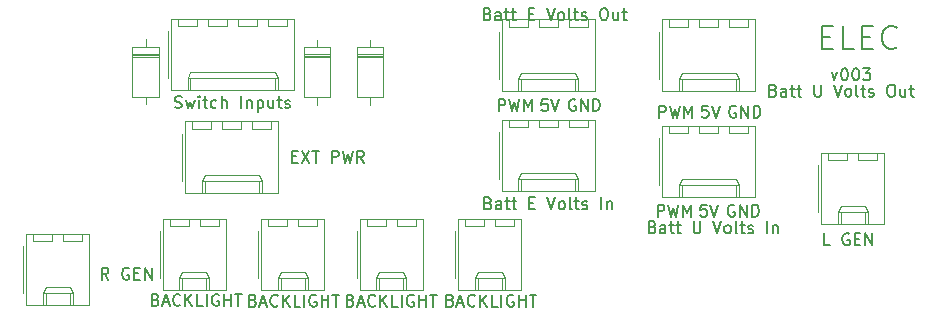
<source format=gbr>
G04 #@! TF.GenerationSoftware,KiCad,Pcbnew,(5.1.5-0-10_14)*
G04 #@! TF.CreationDate,2021-10-24T13:32:57+10:00*
G04 #@! TF.ProjectId,OH - Right Console - 1 - Electrical Power,4f48202d-2052-4696-9768-7420436f6e73,rev?*
G04 #@! TF.SameCoordinates,Original*
G04 #@! TF.FileFunction,Legend,Top*
G04 #@! TF.FilePolarity,Positive*
%FSLAX46Y46*%
G04 Gerber Fmt 4.6, Leading zero omitted, Abs format (unit mm)*
G04 Created by KiCad (PCBNEW (5.1.5-0-10_14)) date 2021-10-24 13:32:57*
%MOMM*%
%LPD*%
G04 APERTURE LIST*
%ADD10C,0.150000*%
%ADD11C,0.120000*%
G04 APERTURE END LIST*
D10*
X151511095Y-94750000D02*
X151415857Y-94702380D01*
X151273000Y-94702380D01*
X151130142Y-94750000D01*
X151034904Y-94845238D01*
X150987285Y-94940476D01*
X150939666Y-95130952D01*
X150939666Y-95273809D01*
X150987285Y-95464285D01*
X151034904Y-95559523D01*
X151130142Y-95654761D01*
X151273000Y-95702380D01*
X151368238Y-95702380D01*
X151511095Y-95654761D01*
X151558714Y-95607142D01*
X151558714Y-95273809D01*
X151368238Y-95273809D01*
X151987285Y-95702380D02*
X151987285Y-94702380D01*
X152558714Y-95702380D01*
X152558714Y-94702380D01*
X153034904Y-95702380D02*
X153034904Y-94702380D01*
X153273000Y-94702380D01*
X153415857Y-94750000D01*
X153511095Y-94845238D01*
X153558714Y-94940476D01*
X153606333Y-95130952D01*
X153606333Y-95273809D01*
X153558714Y-95464285D01*
X153511095Y-95559523D01*
X153415857Y-95654761D01*
X153273000Y-95702380D01*
X153034904Y-95702380D01*
X145026238Y-95702380D02*
X145026238Y-94702380D01*
X145407190Y-94702380D01*
X145502428Y-94750000D01*
X145550047Y-94797619D01*
X145597666Y-94892857D01*
X145597666Y-95035714D01*
X145550047Y-95130952D01*
X145502428Y-95178571D01*
X145407190Y-95226190D01*
X145026238Y-95226190D01*
X145931000Y-94702380D02*
X146169095Y-95702380D01*
X146359571Y-94988095D01*
X146550047Y-95702380D01*
X146788142Y-94702380D01*
X147169095Y-95702380D02*
X147169095Y-94702380D01*
X147502428Y-95416666D01*
X147835761Y-94702380D01*
X147835761Y-95702380D01*
X149161523Y-94702380D02*
X148685333Y-94702380D01*
X148637714Y-95178571D01*
X148685333Y-95130952D01*
X148780571Y-95083333D01*
X149018666Y-95083333D01*
X149113904Y-95130952D01*
X149161523Y-95178571D01*
X149209142Y-95273809D01*
X149209142Y-95511904D01*
X149161523Y-95607142D01*
X149113904Y-95654761D01*
X149018666Y-95702380D01*
X148780571Y-95702380D01*
X148685333Y-95654761D01*
X148637714Y-95607142D01*
X149494857Y-94702380D02*
X149828190Y-95702380D01*
X150161523Y-94702380D01*
X149288523Y-86320380D02*
X148812333Y-86320380D01*
X148764714Y-86796571D01*
X148812333Y-86748952D01*
X148907571Y-86701333D01*
X149145666Y-86701333D01*
X149240904Y-86748952D01*
X149288523Y-86796571D01*
X149336142Y-86891809D01*
X149336142Y-87129904D01*
X149288523Y-87225142D01*
X149240904Y-87272761D01*
X149145666Y-87320380D01*
X148907571Y-87320380D01*
X148812333Y-87272761D01*
X148764714Y-87225142D01*
X149621857Y-86320380D02*
X149955190Y-87320380D01*
X150288523Y-86320380D01*
X145153238Y-87320380D02*
X145153238Y-86320380D01*
X145534190Y-86320380D01*
X145629428Y-86368000D01*
X145677047Y-86415619D01*
X145724666Y-86510857D01*
X145724666Y-86653714D01*
X145677047Y-86748952D01*
X145629428Y-86796571D01*
X145534190Y-86844190D01*
X145153238Y-86844190D01*
X146058000Y-86320380D02*
X146296095Y-87320380D01*
X146486571Y-86606095D01*
X146677047Y-87320380D01*
X146915142Y-86320380D01*
X147296095Y-87320380D02*
X147296095Y-86320380D01*
X147629428Y-87034666D01*
X147962761Y-86320380D01*
X147962761Y-87320380D01*
X151638095Y-86368000D02*
X151542857Y-86320380D01*
X151400000Y-86320380D01*
X151257142Y-86368000D01*
X151161904Y-86463238D01*
X151114285Y-86558476D01*
X151066666Y-86748952D01*
X151066666Y-86891809D01*
X151114285Y-87082285D01*
X151161904Y-87177523D01*
X151257142Y-87272761D01*
X151400000Y-87320380D01*
X151495238Y-87320380D01*
X151638095Y-87272761D01*
X151685714Y-87225142D01*
X151685714Y-86891809D01*
X151495238Y-86891809D01*
X152114285Y-87320380D02*
X152114285Y-86320380D01*
X152685714Y-87320380D01*
X152685714Y-86320380D01*
X153161904Y-87320380D02*
X153161904Y-86320380D01*
X153400000Y-86320380D01*
X153542857Y-86368000D01*
X153638095Y-86463238D01*
X153685714Y-86558476D01*
X153733333Y-86748952D01*
X153733333Y-86891809D01*
X153685714Y-87082285D01*
X153638095Y-87177523D01*
X153542857Y-87272761D01*
X153400000Y-87320380D01*
X153161904Y-87320380D01*
X138049095Y-85796500D02*
X137953857Y-85748880D01*
X137811000Y-85748880D01*
X137668142Y-85796500D01*
X137572904Y-85891738D01*
X137525285Y-85986976D01*
X137477666Y-86177452D01*
X137477666Y-86320309D01*
X137525285Y-86510785D01*
X137572904Y-86606023D01*
X137668142Y-86701261D01*
X137811000Y-86748880D01*
X137906238Y-86748880D01*
X138049095Y-86701261D01*
X138096714Y-86653642D01*
X138096714Y-86320309D01*
X137906238Y-86320309D01*
X138525285Y-86748880D02*
X138525285Y-85748880D01*
X139096714Y-86748880D01*
X139096714Y-85748880D01*
X139572904Y-86748880D02*
X139572904Y-85748880D01*
X139811000Y-85748880D01*
X139953857Y-85796500D01*
X140049095Y-85891738D01*
X140096714Y-85986976D01*
X140144333Y-86177452D01*
X140144333Y-86320309D01*
X140096714Y-86510785D01*
X140049095Y-86606023D01*
X139953857Y-86701261D01*
X139811000Y-86748880D01*
X139572904Y-86748880D01*
X135699523Y-85748880D02*
X135223333Y-85748880D01*
X135175714Y-86225071D01*
X135223333Y-86177452D01*
X135318571Y-86129833D01*
X135556666Y-86129833D01*
X135651904Y-86177452D01*
X135699523Y-86225071D01*
X135747142Y-86320309D01*
X135747142Y-86558404D01*
X135699523Y-86653642D01*
X135651904Y-86701261D01*
X135556666Y-86748880D01*
X135318571Y-86748880D01*
X135223333Y-86701261D01*
X135175714Y-86653642D01*
X136032857Y-85748880D02*
X136366190Y-86748880D01*
X136699523Y-85748880D01*
X131564238Y-86748880D02*
X131564238Y-85748880D01*
X131945190Y-85748880D01*
X132040428Y-85796500D01*
X132088047Y-85844119D01*
X132135666Y-85939357D01*
X132135666Y-86082214D01*
X132088047Y-86177452D01*
X132040428Y-86225071D01*
X131945190Y-86272690D01*
X131564238Y-86272690D01*
X132469000Y-85748880D02*
X132707095Y-86748880D01*
X132897571Y-86034595D01*
X133088047Y-86748880D01*
X133326142Y-85748880D01*
X133707095Y-86748880D02*
X133707095Y-85748880D01*
X134040428Y-86463166D01*
X134373761Y-85748880D01*
X134373761Y-86748880D01*
X159750333Y-83478714D02*
X159988428Y-84145380D01*
X160226523Y-83478714D01*
X160797952Y-83145380D02*
X160893190Y-83145380D01*
X160988428Y-83193000D01*
X161036047Y-83240619D01*
X161083666Y-83335857D01*
X161131285Y-83526333D01*
X161131285Y-83764428D01*
X161083666Y-83954904D01*
X161036047Y-84050142D01*
X160988428Y-84097761D01*
X160893190Y-84145380D01*
X160797952Y-84145380D01*
X160702714Y-84097761D01*
X160655095Y-84050142D01*
X160607476Y-83954904D01*
X160559857Y-83764428D01*
X160559857Y-83526333D01*
X160607476Y-83335857D01*
X160655095Y-83240619D01*
X160702714Y-83193000D01*
X160797952Y-83145380D01*
X161750333Y-83145380D02*
X161845571Y-83145380D01*
X161940809Y-83193000D01*
X161988428Y-83240619D01*
X162036047Y-83335857D01*
X162083666Y-83526333D01*
X162083666Y-83764428D01*
X162036047Y-83954904D01*
X161988428Y-84050142D01*
X161940809Y-84097761D01*
X161845571Y-84145380D01*
X161750333Y-84145380D01*
X161655095Y-84097761D01*
X161607476Y-84050142D01*
X161559857Y-83954904D01*
X161512238Y-83764428D01*
X161512238Y-83526333D01*
X161559857Y-83335857D01*
X161607476Y-83240619D01*
X161655095Y-83193000D01*
X161750333Y-83145380D01*
X162417000Y-83145380D02*
X163036047Y-83145380D01*
X162702714Y-83526333D01*
X162845571Y-83526333D01*
X162940809Y-83573952D01*
X162988428Y-83621571D01*
X163036047Y-83716809D01*
X163036047Y-83954904D01*
X162988428Y-84050142D01*
X162940809Y-84097761D01*
X162845571Y-84145380D01*
X162559857Y-84145380D01*
X162464619Y-84097761D01*
X162417000Y-84050142D01*
X158909142Y-80502142D02*
X159575809Y-80502142D01*
X159861523Y-81549761D02*
X158909142Y-81549761D01*
X158909142Y-79549761D01*
X159861523Y-79549761D01*
X161671047Y-81549761D02*
X160718666Y-81549761D01*
X160718666Y-79549761D01*
X162337714Y-80502142D02*
X163004380Y-80502142D01*
X163290095Y-81549761D02*
X162337714Y-81549761D01*
X162337714Y-79549761D01*
X163290095Y-79549761D01*
X165290095Y-81359285D02*
X165194857Y-81454523D01*
X164909142Y-81549761D01*
X164718666Y-81549761D01*
X164432952Y-81454523D01*
X164242476Y-81264047D01*
X164147238Y-81073571D01*
X164052000Y-80692619D01*
X164052000Y-80406904D01*
X164147238Y-80025952D01*
X164242476Y-79835476D01*
X164432952Y-79645000D01*
X164718666Y-79549761D01*
X164909142Y-79549761D01*
X165194857Y-79645000D01*
X165290095Y-79740238D01*
D11*
X132880000Y-96503000D02*
X132880000Y-95903000D01*
X131280000Y-96503000D02*
X132880000Y-96503000D01*
X131280000Y-95903000D02*
X131280000Y-96503000D01*
X130340000Y-96503000D02*
X130340000Y-95903000D01*
X128740000Y-96503000D02*
X130340000Y-96503000D01*
X128740000Y-95903000D02*
X128740000Y-96503000D01*
X131830000Y-101923000D02*
X131830000Y-100923000D01*
X129790000Y-101923000D02*
X129790000Y-100923000D01*
X131830000Y-100393000D02*
X132080000Y-100923000D01*
X129790000Y-100393000D02*
X131830000Y-100393000D01*
X129540000Y-100923000D02*
X129790000Y-100393000D01*
X132080000Y-100923000D02*
X132080000Y-101923000D01*
X129540000Y-100923000D02*
X132080000Y-100923000D01*
X129540000Y-101923000D02*
X129540000Y-100923000D01*
X127870000Y-96933000D02*
X127870000Y-100933000D01*
X133460000Y-95903000D02*
X128160000Y-95903000D01*
X133460000Y-101923000D02*
X133460000Y-95903000D01*
X128160000Y-101923000D02*
X133460000Y-101923000D01*
X128160000Y-95903000D02*
X128160000Y-101923000D01*
X124540000Y-96503000D02*
X124540000Y-95903000D01*
X122940000Y-96503000D02*
X124540000Y-96503000D01*
X122940000Y-95903000D02*
X122940000Y-96503000D01*
X122000000Y-96503000D02*
X122000000Y-95903000D01*
X120400000Y-96503000D02*
X122000000Y-96503000D01*
X120400000Y-95903000D02*
X120400000Y-96503000D01*
X123490000Y-101923000D02*
X123490000Y-100923000D01*
X121450000Y-101923000D02*
X121450000Y-100923000D01*
X123490000Y-100393000D02*
X123740000Y-100923000D01*
X121450000Y-100393000D02*
X123490000Y-100393000D01*
X121200000Y-100923000D02*
X121450000Y-100393000D01*
X123740000Y-100923000D02*
X123740000Y-101923000D01*
X121200000Y-100923000D02*
X123740000Y-100923000D01*
X121200000Y-101923000D02*
X121200000Y-100923000D01*
X119530000Y-96933000D02*
X119530000Y-100933000D01*
X125120000Y-95903000D02*
X119820000Y-95903000D01*
X125120000Y-101923000D02*
X125120000Y-95903000D01*
X119820000Y-101923000D02*
X125120000Y-101923000D01*
X119820000Y-95903000D02*
X119820000Y-101923000D01*
X116201000Y-96503000D02*
X116201000Y-95903000D01*
X114601000Y-96503000D02*
X116201000Y-96503000D01*
X114601000Y-95903000D02*
X114601000Y-96503000D01*
X113661000Y-96503000D02*
X113661000Y-95903000D01*
X112061000Y-96503000D02*
X113661000Y-96503000D01*
X112061000Y-95903000D02*
X112061000Y-96503000D01*
X115151000Y-101923000D02*
X115151000Y-100923000D01*
X113111000Y-101923000D02*
X113111000Y-100923000D01*
X115151000Y-100393000D02*
X115401000Y-100923000D01*
X113111000Y-100393000D02*
X115151000Y-100393000D01*
X112861000Y-100923000D02*
X113111000Y-100393000D01*
X115401000Y-100923000D02*
X115401000Y-101923000D01*
X112861000Y-100923000D02*
X115401000Y-100923000D01*
X112861000Y-101923000D02*
X112861000Y-100923000D01*
X111191000Y-96933000D02*
X111191000Y-100933000D01*
X116781000Y-95903000D02*
X111481000Y-95903000D01*
X116781000Y-101923000D02*
X116781000Y-95903000D01*
X111481000Y-101923000D02*
X116781000Y-101923000D01*
X111481000Y-95903000D02*
X111481000Y-101923000D01*
X107861000Y-96503000D02*
X107861000Y-95903000D01*
X106261000Y-96503000D02*
X107861000Y-96503000D01*
X106261000Y-95903000D02*
X106261000Y-96503000D01*
X105321000Y-96503000D02*
X105321000Y-95903000D01*
X103721000Y-96503000D02*
X105321000Y-96503000D01*
X103721000Y-95903000D02*
X103721000Y-96503000D01*
X106811000Y-101923000D02*
X106811000Y-100923000D01*
X104771000Y-101923000D02*
X104771000Y-100923000D01*
X106811000Y-100393000D02*
X107061000Y-100923000D01*
X104771000Y-100393000D02*
X106811000Y-100393000D01*
X104521000Y-100923000D02*
X104771000Y-100393000D01*
X107061000Y-100923000D02*
X107061000Y-101923000D01*
X104521000Y-100923000D02*
X107061000Y-100923000D01*
X104521000Y-101923000D02*
X104521000Y-100923000D01*
X102851000Y-96933000D02*
X102851000Y-100933000D01*
X108441000Y-95903000D02*
X103141000Y-95903000D01*
X108441000Y-101923000D02*
X108441000Y-95903000D01*
X103141000Y-101923000D02*
X108441000Y-101923000D01*
X103141000Y-95903000D02*
X103141000Y-101923000D01*
X139103000Y-79612000D02*
X139103000Y-79012000D01*
X137503000Y-79612000D02*
X139103000Y-79612000D01*
X137503000Y-79012000D02*
X137503000Y-79612000D01*
X136563000Y-79612000D02*
X136563000Y-79012000D01*
X134963000Y-79612000D02*
X136563000Y-79612000D01*
X134963000Y-79012000D02*
X134963000Y-79612000D01*
X134023000Y-79612000D02*
X134023000Y-79012000D01*
X132423000Y-79612000D02*
X134023000Y-79612000D01*
X132423000Y-79012000D02*
X132423000Y-79612000D01*
X138053000Y-85032000D02*
X138053000Y-84032000D01*
X133473000Y-85032000D02*
X133473000Y-84032000D01*
X138053000Y-83502000D02*
X138303000Y-84032000D01*
X133473000Y-83502000D02*
X138053000Y-83502000D01*
X133223000Y-84032000D02*
X133473000Y-83502000D01*
X138303000Y-84032000D02*
X138303000Y-85032000D01*
X133223000Y-84032000D02*
X138303000Y-84032000D01*
X133223000Y-85032000D02*
X133223000Y-84032000D01*
X131553000Y-80042000D02*
X131553000Y-84042000D01*
X139683000Y-79012000D02*
X131843000Y-79012000D01*
X139683000Y-85032000D02*
X139683000Y-79012000D01*
X131843000Y-85032000D02*
X139683000Y-85032000D01*
X131843000Y-79012000D02*
X131843000Y-85032000D01*
X152692000Y-79612000D02*
X152692000Y-79012000D01*
X151092000Y-79612000D02*
X152692000Y-79612000D01*
X151092000Y-79012000D02*
X151092000Y-79612000D01*
X150152000Y-79612000D02*
X150152000Y-79012000D01*
X148552000Y-79612000D02*
X150152000Y-79612000D01*
X148552000Y-79012000D02*
X148552000Y-79612000D01*
X147612000Y-79612000D02*
X147612000Y-79012000D01*
X146012000Y-79612000D02*
X147612000Y-79612000D01*
X146012000Y-79012000D02*
X146012000Y-79612000D01*
X151642000Y-85032000D02*
X151642000Y-84032000D01*
X147062000Y-85032000D02*
X147062000Y-84032000D01*
X151642000Y-83502000D02*
X151892000Y-84032000D01*
X147062000Y-83502000D02*
X151642000Y-83502000D01*
X146812000Y-84032000D02*
X147062000Y-83502000D01*
X151892000Y-84032000D02*
X151892000Y-85032000D01*
X146812000Y-84032000D02*
X151892000Y-84032000D01*
X146812000Y-85032000D02*
X146812000Y-84032000D01*
X145142000Y-80042000D02*
X145142000Y-84042000D01*
X153272000Y-79012000D02*
X145432000Y-79012000D01*
X153272000Y-85032000D02*
X153272000Y-79012000D01*
X145432000Y-85032000D02*
X153272000Y-85032000D01*
X145432000Y-79012000D02*
X145432000Y-85032000D01*
X139103000Y-88121000D02*
X139103000Y-87521000D01*
X137503000Y-88121000D02*
X139103000Y-88121000D01*
X137503000Y-87521000D02*
X137503000Y-88121000D01*
X136563000Y-88121000D02*
X136563000Y-87521000D01*
X134963000Y-88121000D02*
X136563000Y-88121000D01*
X134963000Y-87521000D02*
X134963000Y-88121000D01*
X134023000Y-88121000D02*
X134023000Y-87521000D01*
X132423000Y-88121000D02*
X134023000Y-88121000D01*
X132423000Y-87521000D02*
X132423000Y-88121000D01*
X138053000Y-93541000D02*
X138053000Y-92541000D01*
X133473000Y-93541000D02*
X133473000Y-92541000D01*
X138053000Y-92011000D02*
X138303000Y-92541000D01*
X133473000Y-92011000D02*
X138053000Y-92011000D01*
X133223000Y-92541000D02*
X133473000Y-92011000D01*
X138303000Y-92541000D02*
X138303000Y-93541000D01*
X133223000Y-92541000D02*
X138303000Y-92541000D01*
X133223000Y-93541000D02*
X133223000Y-92541000D01*
X131553000Y-88551000D02*
X131553000Y-92551000D01*
X139683000Y-87521000D02*
X131843000Y-87521000D01*
X139683000Y-93541000D02*
X139683000Y-87521000D01*
X131843000Y-93541000D02*
X139683000Y-93541000D01*
X131843000Y-87521000D02*
X131843000Y-93541000D01*
X152692000Y-88629000D02*
X152692000Y-88029000D01*
X151092000Y-88629000D02*
X152692000Y-88629000D01*
X151092000Y-88029000D02*
X151092000Y-88629000D01*
X150152000Y-88629000D02*
X150152000Y-88029000D01*
X148552000Y-88629000D02*
X150152000Y-88629000D01*
X148552000Y-88029000D02*
X148552000Y-88629000D01*
X147612000Y-88629000D02*
X147612000Y-88029000D01*
X146012000Y-88629000D02*
X147612000Y-88629000D01*
X146012000Y-88029000D02*
X146012000Y-88629000D01*
X151642000Y-94049000D02*
X151642000Y-93049000D01*
X147062000Y-94049000D02*
X147062000Y-93049000D01*
X151642000Y-92519000D02*
X151892000Y-93049000D01*
X147062000Y-92519000D02*
X151642000Y-92519000D01*
X146812000Y-93049000D02*
X147062000Y-92519000D01*
X151892000Y-93049000D02*
X151892000Y-94049000D01*
X146812000Y-93049000D02*
X151892000Y-93049000D01*
X146812000Y-94049000D02*
X146812000Y-93049000D01*
X145142000Y-89059000D02*
X145142000Y-93059000D01*
X153272000Y-88029000D02*
X145432000Y-88029000D01*
X153272000Y-94049000D02*
X153272000Y-88029000D01*
X145432000Y-94049000D02*
X153272000Y-94049000D01*
X145432000Y-88029000D02*
X145432000Y-94049000D01*
X113640000Y-79548500D02*
X113640000Y-78948500D01*
X112040000Y-79548500D02*
X113640000Y-79548500D01*
X112040000Y-78948500D02*
X112040000Y-79548500D01*
X111100000Y-79548500D02*
X111100000Y-78948500D01*
X109500000Y-79548500D02*
X111100000Y-79548500D01*
X109500000Y-78948500D02*
X109500000Y-79548500D01*
X108560000Y-79548500D02*
X108560000Y-78948500D01*
X106960000Y-79548500D02*
X108560000Y-79548500D01*
X106960000Y-78948500D02*
X106960000Y-79548500D01*
X106020000Y-79548500D02*
X106020000Y-78948500D01*
X104420000Y-79548500D02*
X106020000Y-79548500D01*
X104420000Y-78948500D02*
X104420000Y-79548500D01*
X112590000Y-84968500D02*
X112590000Y-83968500D01*
X105470000Y-84968500D02*
X105470000Y-83968500D01*
X112590000Y-83438500D02*
X112840000Y-83968500D01*
X105470000Y-83438500D02*
X112590000Y-83438500D01*
X105220000Y-83968500D02*
X105470000Y-83438500D01*
X112840000Y-83968500D02*
X112840000Y-84968500D01*
X105220000Y-83968500D02*
X112840000Y-83968500D01*
X105220000Y-84968500D02*
X105220000Y-83968500D01*
X103550000Y-79978500D02*
X103550000Y-83978500D01*
X114220000Y-78948500D02*
X103840000Y-78948500D01*
X114220000Y-84968500D02*
X114220000Y-78948500D01*
X103840000Y-84968500D02*
X114220000Y-84968500D01*
X103840000Y-78948500D02*
X103840000Y-84968500D01*
X163614000Y-90915000D02*
X163614000Y-90315000D01*
X162014000Y-90915000D02*
X163614000Y-90915000D01*
X162014000Y-90315000D02*
X162014000Y-90915000D01*
X161074000Y-90915000D02*
X161074000Y-90315000D01*
X159474000Y-90915000D02*
X161074000Y-90915000D01*
X159474000Y-90315000D02*
X159474000Y-90915000D01*
X162564000Y-96335000D02*
X162564000Y-95335000D01*
X160524000Y-96335000D02*
X160524000Y-95335000D01*
X162564000Y-94805000D02*
X162814000Y-95335000D01*
X160524000Y-94805000D02*
X162564000Y-94805000D01*
X160274000Y-95335000D02*
X160524000Y-94805000D01*
X162814000Y-95335000D02*
X162814000Y-96335000D01*
X160274000Y-95335000D02*
X162814000Y-95335000D01*
X160274000Y-96335000D02*
X160274000Y-95335000D01*
X158604000Y-91345000D02*
X158604000Y-95345000D01*
X164194000Y-90315000D02*
X158894000Y-90315000D01*
X164194000Y-96335000D02*
X164194000Y-90315000D01*
X158894000Y-96335000D02*
X164194000Y-96335000D01*
X158894000Y-90315000D02*
X158894000Y-96335000D01*
X96304000Y-97773000D02*
X96304000Y-97173000D01*
X94704000Y-97773000D02*
X96304000Y-97773000D01*
X94704000Y-97173000D02*
X94704000Y-97773000D01*
X93764000Y-97773000D02*
X93764000Y-97173000D01*
X92164000Y-97773000D02*
X93764000Y-97773000D01*
X92164000Y-97173000D02*
X92164000Y-97773000D01*
X95254000Y-103193000D02*
X95254000Y-102193000D01*
X93214000Y-103193000D02*
X93214000Y-102193000D01*
X95254000Y-101663000D02*
X95504000Y-102193000D01*
X93214000Y-101663000D02*
X95254000Y-101663000D01*
X92964000Y-102193000D02*
X93214000Y-101663000D01*
X95504000Y-102193000D02*
X95504000Y-103193000D01*
X92964000Y-102193000D02*
X95504000Y-102193000D01*
X92964000Y-103193000D02*
X92964000Y-102193000D01*
X91294000Y-98203000D02*
X91294000Y-102203000D01*
X96884000Y-97173000D02*
X91584000Y-97173000D01*
X96884000Y-103193000D02*
X96884000Y-97173000D01*
X91584000Y-103193000D02*
X96884000Y-103193000D01*
X91584000Y-97173000D02*
X91584000Y-103193000D01*
X112306000Y-88248000D02*
X112306000Y-87648000D01*
X110706000Y-88248000D02*
X112306000Y-88248000D01*
X110706000Y-87648000D02*
X110706000Y-88248000D01*
X109766000Y-88248000D02*
X109766000Y-87648000D01*
X108166000Y-88248000D02*
X109766000Y-88248000D01*
X108166000Y-87648000D02*
X108166000Y-88248000D01*
X107226000Y-88248000D02*
X107226000Y-87648000D01*
X105626000Y-88248000D02*
X107226000Y-88248000D01*
X105626000Y-87648000D02*
X105626000Y-88248000D01*
X111256000Y-93668000D02*
X111256000Y-92668000D01*
X106676000Y-93668000D02*
X106676000Y-92668000D01*
X111256000Y-92138000D02*
X111506000Y-92668000D01*
X106676000Y-92138000D02*
X111256000Y-92138000D01*
X106426000Y-92668000D02*
X106676000Y-92138000D01*
X111506000Y-92668000D02*
X111506000Y-93668000D01*
X106426000Y-92668000D02*
X111506000Y-92668000D01*
X106426000Y-93668000D02*
X106426000Y-92668000D01*
X104756000Y-88678000D02*
X104756000Y-92678000D01*
X112886000Y-87648000D02*
X105046000Y-87648000D01*
X112886000Y-93668000D02*
X112886000Y-87648000D01*
X105046000Y-93668000D02*
X112886000Y-93668000D01*
X105046000Y-87648000D02*
X105046000Y-93668000D01*
X102784000Y-81919000D02*
X100544000Y-81919000D01*
X102784000Y-82159000D02*
X100544000Y-82159000D01*
X102784000Y-82039000D02*
X100544000Y-82039000D01*
X101664000Y-86209000D02*
X101664000Y-85559000D01*
X101664000Y-80669000D02*
X101664000Y-81319000D01*
X102784000Y-85559000D02*
X102784000Y-81319000D01*
X100544000Y-85559000D02*
X102784000Y-85559000D01*
X100544000Y-81319000D02*
X100544000Y-85559000D01*
X102784000Y-81319000D02*
X100544000Y-81319000D01*
X117325000Y-81962000D02*
X115085000Y-81962000D01*
X117325000Y-82202000D02*
X115085000Y-82202000D01*
X117325000Y-82082000D02*
X115085000Y-82082000D01*
X116205000Y-86252000D02*
X116205000Y-85602000D01*
X116205000Y-80712000D02*
X116205000Y-81362000D01*
X117325000Y-85602000D02*
X117325000Y-81362000D01*
X115085000Y-85602000D02*
X117325000Y-85602000D01*
X115085000Y-81362000D02*
X115085000Y-85602000D01*
X117325000Y-81362000D02*
X115085000Y-81362000D01*
X121770000Y-81962000D02*
X119530000Y-81962000D01*
X121770000Y-82202000D02*
X119530000Y-82202000D01*
X121770000Y-82082000D02*
X119530000Y-82082000D01*
X120650000Y-86252000D02*
X120650000Y-85602000D01*
X120650000Y-80712000D02*
X120650000Y-81362000D01*
X121770000Y-85602000D02*
X121770000Y-81362000D01*
X119530000Y-85602000D02*
X121770000Y-85602000D01*
X119530000Y-81362000D02*
X119530000Y-85602000D01*
X121770000Y-81362000D02*
X119530000Y-81362000D01*
D10*
X127468738Y-102798571D02*
X127611595Y-102846190D01*
X127659214Y-102893809D01*
X127706833Y-102989047D01*
X127706833Y-103131904D01*
X127659214Y-103227142D01*
X127611595Y-103274761D01*
X127516357Y-103322380D01*
X127135404Y-103322380D01*
X127135404Y-102322380D01*
X127468738Y-102322380D01*
X127563976Y-102370000D01*
X127611595Y-102417619D01*
X127659214Y-102512857D01*
X127659214Y-102608095D01*
X127611595Y-102703333D01*
X127563976Y-102750952D01*
X127468738Y-102798571D01*
X127135404Y-102798571D01*
X128087785Y-103036666D02*
X128563976Y-103036666D01*
X127992547Y-103322380D02*
X128325880Y-102322380D01*
X128659214Y-103322380D01*
X129563976Y-103227142D02*
X129516357Y-103274761D01*
X129373500Y-103322380D01*
X129278261Y-103322380D01*
X129135404Y-103274761D01*
X129040166Y-103179523D01*
X128992547Y-103084285D01*
X128944928Y-102893809D01*
X128944928Y-102750952D01*
X128992547Y-102560476D01*
X129040166Y-102465238D01*
X129135404Y-102370000D01*
X129278261Y-102322380D01*
X129373500Y-102322380D01*
X129516357Y-102370000D01*
X129563976Y-102417619D01*
X129992547Y-103322380D02*
X129992547Y-102322380D01*
X130563976Y-103322380D02*
X130135404Y-102750952D01*
X130563976Y-102322380D02*
X129992547Y-102893809D01*
X131468738Y-103322380D02*
X130992547Y-103322380D01*
X130992547Y-102322380D01*
X131802071Y-103322380D02*
X131802071Y-102322380D01*
X132802071Y-102370000D02*
X132706833Y-102322380D01*
X132563976Y-102322380D01*
X132421119Y-102370000D01*
X132325880Y-102465238D01*
X132278261Y-102560476D01*
X132230642Y-102750952D01*
X132230642Y-102893809D01*
X132278261Y-103084285D01*
X132325880Y-103179523D01*
X132421119Y-103274761D01*
X132563976Y-103322380D01*
X132659214Y-103322380D01*
X132802071Y-103274761D01*
X132849690Y-103227142D01*
X132849690Y-102893809D01*
X132659214Y-102893809D01*
X133278261Y-103322380D02*
X133278261Y-102322380D01*
X133278261Y-102798571D02*
X133849690Y-102798571D01*
X133849690Y-103322380D02*
X133849690Y-102322380D01*
X134183023Y-102322380D02*
X134754452Y-102322380D01*
X134468738Y-103322380D02*
X134468738Y-102322380D01*
X119022906Y-102798571D02*
X119165763Y-102846190D01*
X119213382Y-102893809D01*
X119261001Y-102989047D01*
X119261001Y-103131904D01*
X119213382Y-103227142D01*
X119165763Y-103274761D01*
X119070525Y-103322380D01*
X118689572Y-103322380D01*
X118689572Y-102322380D01*
X119022906Y-102322380D01*
X119118144Y-102370000D01*
X119165763Y-102417619D01*
X119213382Y-102512857D01*
X119213382Y-102608095D01*
X119165763Y-102703333D01*
X119118144Y-102750952D01*
X119022906Y-102798571D01*
X118689572Y-102798571D01*
X119641953Y-103036666D02*
X120118144Y-103036666D01*
X119546715Y-103322380D02*
X119880048Y-102322380D01*
X120213382Y-103322380D01*
X121118144Y-103227142D02*
X121070525Y-103274761D01*
X120927668Y-103322380D01*
X120832429Y-103322380D01*
X120689572Y-103274761D01*
X120594334Y-103179523D01*
X120546715Y-103084285D01*
X120499096Y-102893809D01*
X120499096Y-102750952D01*
X120546715Y-102560476D01*
X120594334Y-102465238D01*
X120689572Y-102370000D01*
X120832429Y-102322380D01*
X120927668Y-102322380D01*
X121070525Y-102370000D01*
X121118144Y-102417619D01*
X121546715Y-103322380D02*
X121546715Y-102322380D01*
X122118144Y-103322380D02*
X121689572Y-102750952D01*
X122118144Y-102322380D02*
X121546715Y-102893809D01*
X123022906Y-103322380D02*
X122546715Y-103322380D01*
X122546715Y-102322380D01*
X123356239Y-103322380D02*
X123356239Y-102322380D01*
X124356239Y-102370000D02*
X124261001Y-102322380D01*
X124118144Y-102322380D01*
X123975287Y-102370000D01*
X123880048Y-102465238D01*
X123832429Y-102560476D01*
X123784810Y-102750952D01*
X123784810Y-102893809D01*
X123832429Y-103084285D01*
X123880048Y-103179523D01*
X123975287Y-103274761D01*
X124118144Y-103322380D01*
X124213382Y-103322380D01*
X124356239Y-103274761D01*
X124403858Y-103227142D01*
X124403858Y-102893809D01*
X124213382Y-102893809D01*
X124832429Y-103322380D02*
X124832429Y-102322380D01*
X124832429Y-102798571D02*
X125403858Y-102798571D01*
X125403858Y-103322380D02*
X125403858Y-102322380D01*
X125737191Y-102322380D02*
X126308620Y-102322380D01*
X126022906Y-103322380D02*
X126022906Y-102322380D01*
X110768572Y-102798571D02*
X110911429Y-102846190D01*
X110959048Y-102893809D01*
X111006667Y-102989047D01*
X111006667Y-103131904D01*
X110959048Y-103227142D01*
X110911429Y-103274761D01*
X110816191Y-103322380D01*
X110435238Y-103322380D01*
X110435238Y-102322380D01*
X110768572Y-102322380D01*
X110863810Y-102370000D01*
X110911429Y-102417619D01*
X110959048Y-102512857D01*
X110959048Y-102608095D01*
X110911429Y-102703333D01*
X110863810Y-102750952D01*
X110768572Y-102798571D01*
X110435238Y-102798571D01*
X111387619Y-103036666D02*
X111863810Y-103036666D01*
X111292381Y-103322380D02*
X111625714Y-102322380D01*
X111959048Y-103322380D01*
X112863810Y-103227142D02*
X112816191Y-103274761D01*
X112673334Y-103322380D01*
X112578095Y-103322380D01*
X112435238Y-103274761D01*
X112340000Y-103179523D01*
X112292381Y-103084285D01*
X112244762Y-102893809D01*
X112244762Y-102750952D01*
X112292381Y-102560476D01*
X112340000Y-102465238D01*
X112435238Y-102370000D01*
X112578095Y-102322380D01*
X112673334Y-102322380D01*
X112816191Y-102370000D01*
X112863810Y-102417619D01*
X113292381Y-103322380D02*
X113292381Y-102322380D01*
X113863810Y-103322380D02*
X113435238Y-102750952D01*
X113863810Y-102322380D02*
X113292381Y-102893809D01*
X114768572Y-103322380D02*
X114292381Y-103322380D01*
X114292381Y-102322380D01*
X115101905Y-103322380D02*
X115101905Y-102322380D01*
X116101905Y-102370000D02*
X116006667Y-102322380D01*
X115863810Y-102322380D01*
X115720953Y-102370000D01*
X115625714Y-102465238D01*
X115578095Y-102560476D01*
X115530476Y-102750952D01*
X115530476Y-102893809D01*
X115578095Y-103084285D01*
X115625714Y-103179523D01*
X115720953Y-103274761D01*
X115863810Y-103322380D01*
X115959048Y-103322380D01*
X116101905Y-103274761D01*
X116149524Y-103227142D01*
X116149524Y-102893809D01*
X115959048Y-102893809D01*
X116578095Y-103322380D02*
X116578095Y-102322380D01*
X116578095Y-102798571D02*
X117149524Y-102798571D01*
X117149524Y-103322380D02*
X117149524Y-102322380D01*
X117482857Y-102322380D02*
X118054286Y-102322380D01*
X117768572Y-103322380D02*
X117768572Y-102322380D01*
X102513238Y-102735071D02*
X102656095Y-102782690D01*
X102703714Y-102830309D01*
X102751333Y-102925547D01*
X102751333Y-103068404D01*
X102703714Y-103163642D01*
X102656095Y-103211261D01*
X102560857Y-103258880D01*
X102179904Y-103258880D01*
X102179904Y-102258880D01*
X102513238Y-102258880D01*
X102608476Y-102306500D01*
X102656095Y-102354119D01*
X102703714Y-102449357D01*
X102703714Y-102544595D01*
X102656095Y-102639833D01*
X102608476Y-102687452D01*
X102513238Y-102735071D01*
X102179904Y-102735071D01*
X103132285Y-102973166D02*
X103608476Y-102973166D01*
X103037047Y-103258880D02*
X103370380Y-102258880D01*
X103703714Y-103258880D01*
X104608476Y-103163642D02*
X104560857Y-103211261D01*
X104418000Y-103258880D01*
X104322761Y-103258880D01*
X104179904Y-103211261D01*
X104084666Y-103116023D01*
X104037047Y-103020785D01*
X103989428Y-102830309D01*
X103989428Y-102687452D01*
X104037047Y-102496976D01*
X104084666Y-102401738D01*
X104179904Y-102306500D01*
X104322761Y-102258880D01*
X104418000Y-102258880D01*
X104560857Y-102306500D01*
X104608476Y-102354119D01*
X105037047Y-103258880D02*
X105037047Y-102258880D01*
X105608476Y-103258880D02*
X105179904Y-102687452D01*
X105608476Y-102258880D02*
X105037047Y-102830309D01*
X106513238Y-103258880D02*
X106037047Y-103258880D01*
X106037047Y-102258880D01*
X106846571Y-103258880D02*
X106846571Y-102258880D01*
X107846571Y-102306500D02*
X107751333Y-102258880D01*
X107608476Y-102258880D01*
X107465619Y-102306500D01*
X107370380Y-102401738D01*
X107322761Y-102496976D01*
X107275142Y-102687452D01*
X107275142Y-102830309D01*
X107322761Y-103020785D01*
X107370380Y-103116023D01*
X107465619Y-103211261D01*
X107608476Y-103258880D01*
X107703714Y-103258880D01*
X107846571Y-103211261D01*
X107894190Y-103163642D01*
X107894190Y-102830309D01*
X107703714Y-102830309D01*
X108322761Y-103258880D02*
X108322761Y-102258880D01*
X108322761Y-102735071D02*
X108894190Y-102735071D01*
X108894190Y-103258880D02*
X108894190Y-102258880D01*
X109227523Y-102258880D02*
X109798952Y-102258880D01*
X109513238Y-103258880D02*
X109513238Y-102258880D01*
X130628142Y-78541571D02*
X130771000Y-78589190D01*
X130818619Y-78636809D01*
X130866238Y-78732047D01*
X130866238Y-78874904D01*
X130818619Y-78970142D01*
X130771000Y-79017761D01*
X130675761Y-79065380D01*
X130294809Y-79065380D01*
X130294809Y-78065380D01*
X130628142Y-78065380D01*
X130723380Y-78113000D01*
X130771000Y-78160619D01*
X130818619Y-78255857D01*
X130818619Y-78351095D01*
X130771000Y-78446333D01*
X130723380Y-78493952D01*
X130628142Y-78541571D01*
X130294809Y-78541571D01*
X131723380Y-79065380D02*
X131723380Y-78541571D01*
X131675761Y-78446333D01*
X131580523Y-78398714D01*
X131390047Y-78398714D01*
X131294809Y-78446333D01*
X131723380Y-79017761D02*
X131628142Y-79065380D01*
X131390047Y-79065380D01*
X131294809Y-79017761D01*
X131247190Y-78922523D01*
X131247190Y-78827285D01*
X131294809Y-78732047D01*
X131390047Y-78684428D01*
X131628142Y-78684428D01*
X131723380Y-78636809D01*
X132056714Y-78398714D02*
X132437666Y-78398714D01*
X132199571Y-78065380D02*
X132199571Y-78922523D01*
X132247190Y-79017761D01*
X132342428Y-79065380D01*
X132437666Y-79065380D01*
X132628142Y-78398714D02*
X133009095Y-78398714D01*
X132771000Y-78065380D02*
X132771000Y-78922523D01*
X132818619Y-79017761D01*
X132913857Y-79065380D01*
X133009095Y-79065380D01*
X134104333Y-78541571D02*
X134437666Y-78541571D01*
X134580523Y-79065380D02*
X134104333Y-79065380D01*
X134104333Y-78065380D01*
X134580523Y-78065380D01*
X135628142Y-78065380D02*
X135961476Y-79065380D01*
X136294809Y-78065380D01*
X136771000Y-79065380D02*
X136675761Y-79017761D01*
X136628142Y-78970142D01*
X136580523Y-78874904D01*
X136580523Y-78589190D01*
X136628142Y-78493952D01*
X136675761Y-78446333D01*
X136771000Y-78398714D01*
X136913857Y-78398714D01*
X137009095Y-78446333D01*
X137056714Y-78493952D01*
X137104333Y-78589190D01*
X137104333Y-78874904D01*
X137056714Y-78970142D01*
X137009095Y-79017761D01*
X136913857Y-79065380D01*
X136771000Y-79065380D01*
X137675761Y-79065380D02*
X137580523Y-79017761D01*
X137532904Y-78922523D01*
X137532904Y-78065380D01*
X137913857Y-78398714D02*
X138294809Y-78398714D01*
X138056714Y-78065380D02*
X138056714Y-78922523D01*
X138104333Y-79017761D01*
X138199571Y-79065380D01*
X138294809Y-79065380D01*
X138580523Y-79017761D02*
X138675761Y-79065380D01*
X138866238Y-79065380D01*
X138961476Y-79017761D01*
X139009095Y-78922523D01*
X139009095Y-78874904D01*
X138961476Y-78779666D01*
X138866238Y-78732047D01*
X138723380Y-78732047D01*
X138628142Y-78684428D01*
X138580523Y-78589190D01*
X138580523Y-78541571D01*
X138628142Y-78446333D01*
X138723380Y-78398714D01*
X138866238Y-78398714D01*
X138961476Y-78446333D01*
X140390047Y-78065380D02*
X140580523Y-78065380D01*
X140675761Y-78113000D01*
X140771000Y-78208238D01*
X140818619Y-78398714D01*
X140818619Y-78732047D01*
X140771000Y-78922523D01*
X140675761Y-79017761D01*
X140580523Y-79065380D01*
X140390047Y-79065380D01*
X140294809Y-79017761D01*
X140199571Y-78922523D01*
X140151952Y-78732047D01*
X140151952Y-78398714D01*
X140199571Y-78208238D01*
X140294809Y-78113000D01*
X140390047Y-78065380D01*
X141675761Y-78398714D02*
X141675761Y-79065380D01*
X141247190Y-78398714D02*
X141247190Y-78922523D01*
X141294809Y-79017761D01*
X141390047Y-79065380D01*
X141532904Y-79065380D01*
X141628142Y-79017761D01*
X141675761Y-78970142D01*
X142009095Y-78398714D02*
X142390047Y-78398714D01*
X142151952Y-78065380D02*
X142151952Y-78922523D01*
X142199571Y-79017761D01*
X142294809Y-79065380D01*
X142390047Y-79065380D01*
X154813714Y-85018571D02*
X154956571Y-85066190D01*
X155004190Y-85113809D01*
X155051809Y-85209047D01*
X155051809Y-85351904D01*
X155004190Y-85447142D01*
X154956571Y-85494761D01*
X154861333Y-85542380D01*
X154480380Y-85542380D01*
X154480380Y-84542380D01*
X154813714Y-84542380D01*
X154908952Y-84590000D01*
X154956571Y-84637619D01*
X155004190Y-84732857D01*
X155004190Y-84828095D01*
X154956571Y-84923333D01*
X154908952Y-84970952D01*
X154813714Y-85018571D01*
X154480380Y-85018571D01*
X155908952Y-85542380D02*
X155908952Y-85018571D01*
X155861333Y-84923333D01*
X155766095Y-84875714D01*
X155575619Y-84875714D01*
X155480380Y-84923333D01*
X155908952Y-85494761D02*
X155813714Y-85542380D01*
X155575619Y-85542380D01*
X155480380Y-85494761D01*
X155432761Y-85399523D01*
X155432761Y-85304285D01*
X155480380Y-85209047D01*
X155575619Y-85161428D01*
X155813714Y-85161428D01*
X155908952Y-85113809D01*
X156242285Y-84875714D02*
X156623238Y-84875714D01*
X156385142Y-84542380D02*
X156385142Y-85399523D01*
X156432761Y-85494761D01*
X156528000Y-85542380D01*
X156623238Y-85542380D01*
X156813714Y-84875714D02*
X157194666Y-84875714D01*
X156956571Y-84542380D02*
X156956571Y-85399523D01*
X157004190Y-85494761D01*
X157099428Y-85542380D01*
X157194666Y-85542380D01*
X158289904Y-84542380D02*
X158289904Y-85351904D01*
X158337523Y-85447142D01*
X158385142Y-85494761D01*
X158480380Y-85542380D01*
X158670857Y-85542380D01*
X158766095Y-85494761D01*
X158813714Y-85447142D01*
X158861333Y-85351904D01*
X158861333Y-84542380D01*
X159956571Y-84542380D02*
X160289904Y-85542380D01*
X160623238Y-84542380D01*
X161099428Y-85542380D02*
X161004190Y-85494761D01*
X160956571Y-85447142D01*
X160908952Y-85351904D01*
X160908952Y-85066190D01*
X160956571Y-84970952D01*
X161004190Y-84923333D01*
X161099428Y-84875714D01*
X161242285Y-84875714D01*
X161337523Y-84923333D01*
X161385142Y-84970952D01*
X161432761Y-85066190D01*
X161432761Y-85351904D01*
X161385142Y-85447142D01*
X161337523Y-85494761D01*
X161242285Y-85542380D01*
X161099428Y-85542380D01*
X162004190Y-85542380D02*
X161908952Y-85494761D01*
X161861333Y-85399523D01*
X161861333Y-84542380D01*
X162242285Y-84875714D02*
X162623238Y-84875714D01*
X162385142Y-84542380D02*
X162385142Y-85399523D01*
X162432761Y-85494761D01*
X162528000Y-85542380D01*
X162623238Y-85542380D01*
X162908952Y-85494761D02*
X163004190Y-85542380D01*
X163194666Y-85542380D01*
X163289904Y-85494761D01*
X163337523Y-85399523D01*
X163337523Y-85351904D01*
X163289904Y-85256666D01*
X163194666Y-85209047D01*
X163051809Y-85209047D01*
X162956571Y-85161428D01*
X162908952Y-85066190D01*
X162908952Y-85018571D01*
X162956571Y-84923333D01*
X163051809Y-84875714D01*
X163194666Y-84875714D01*
X163289904Y-84923333D01*
X164718476Y-84542380D02*
X164908952Y-84542380D01*
X165004190Y-84590000D01*
X165099428Y-84685238D01*
X165147047Y-84875714D01*
X165147047Y-85209047D01*
X165099428Y-85399523D01*
X165004190Y-85494761D01*
X164908952Y-85542380D01*
X164718476Y-85542380D01*
X164623238Y-85494761D01*
X164528000Y-85399523D01*
X164480380Y-85209047D01*
X164480380Y-84875714D01*
X164528000Y-84685238D01*
X164623238Y-84590000D01*
X164718476Y-84542380D01*
X166004190Y-84875714D02*
X166004190Y-85542380D01*
X165575619Y-84875714D02*
X165575619Y-85399523D01*
X165623238Y-85494761D01*
X165718476Y-85542380D01*
X165861333Y-85542380D01*
X165956571Y-85494761D01*
X166004190Y-85447142D01*
X166337523Y-84875714D02*
X166718476Y-84875714D01*
X166480380Y-84542380D02*
X166480380Y-85399523D01*
X166528000Y-85494761D01*
X166623238Y-85542380D01*
X166718476Y-85542380D01*
X130691571Y-94559571D02*
X130834428Y-94607190D01*
X130882047Y-94654809D01*
X130929666Y-94750047D01*
X130929666Y-94892904D01*
X130882047Y-94988142D01*
X130834428Y-95035761D01*
X130739190Y-95083380D01*
X130358238Y-95083380D01*
X130358238Y-94083380D01*
X130691571Y-94083380D01*
X130786809Y-94131000D01*
X130834428Y-94178619D01*
X130882047Y-94273857D01*
X130882047Y-94369095D01*
X130834428Y-94464333D01*
X130786809Y-94511952D01*
X130691571Y-94559571D01*
X130358238Y-94559571D01*
X131786809Y-95083380D02*
X131786809Y-94559571D01*
X131739190Y-94464333D01*
X131643952Y-94416714D01*
X131453476Y-94416714D01*
X131358238Y-94464333D01*
X131786809Y-95035761D02*
X131691571Y-95083380D01*
X131453476Y-95083380D01*
X131358238Y-95035761D01*
X131310619Y-94940523D01*
X131310619Y-94845285D01*
X131358238Y-94750047D01*
X131453476Y-94702428D01*
X131691571Y-94702428D01*
X131786809Y-94654809D01*
X132120142Y-94416714D02*
X132501095Y-94416714D01*
X132263000Y-94083380D02*
X132263000Y-94940523D01*
X132310619Y-95035761D01*
X132405857Y-95083380D01*
X132501095Y-95083380D01*
X132691571Y-94416714D02*
X133072523Y-94416714D01*
X132834428Y-94083380D02*
X132834428Y-94940523D01*
X132882047Y-95035761D01*
X132977285Y-95083380D01*
X133072523Y-95083380D01*
X134167761Y-94559571D02*
X134501095Y-94559571D01*
X134643952Y-95083380D02*
X134167761Y-95083380D01*
X134167761Y-94083380D01*
X134643952Y-94083380D01*
X135691571Y-94083380D02*
X136024904Y-95083380D01*
X136358238Y-94083380D01*
X136834428Y-95083380D02*
X136739190Y-95035761D01*
X136691571Y-94988142D01*
X136643952Y-94892904D01*
X136643952Y-94607190D01*
X136691571Y-94511952D01*
X136739190Y-94464333D01*
X136834428Y-94416714D01*
X136977285Y-94416714D01*
X137072523Y-94464333D01*
X137120142Y-94511952D01*
X137167761Y-94607190D01*
X137167761Y-94892904D01*
X137120142Y-94988142D01*
X137072523Y-95035761D01*
X136977285Y-95083380D01*
X136834428Y-95083380D01*
X137739190Y-95083380D02*
X137643952Y-95035761D01*
X137596333Y-94940523D01*
X137596333Y-94083380D01*
X137977285Y-94416714D02*
X138358238Y-94416714D01*
X138120142Y-94083380D02*
X138120142Y-94940523D01*
X138167761Y-95035761D01*
X138263000Y-95083380D01*
X138358238Y-95083380D01*
X138643952Y-95035761D02*
X138739190Y-95083380D01*
X138929666Y-95083380D01*
X139024904Y-95035761D01*
X139072523Y-94940523D01*
X139072523Y-94892904D01*
X139024904Y-94797666D01*
X138929666Y-94750047D01*
X138786809Y-94750047D01*
X138691571Y-94702428D01*
X138643952Y-94607190D01*
X138643952Y-94559571D01*
X138691571Y-94464333D01*
X138786809Y-94416714D01*
X138929666Y-94416714D01*
X139024904Y-94464333D01*
X140263000Y-95083380D02*
X140263000Y-94083380D01*
X140739190Y-94416714D02*
X140739190Y-95083380D01*
X140739190Y-94511952D02*
X140786809Y-94464333D01*
X140882047Y-94416714D01*
X141024904Y-94416714D01*
X141120142Y-94464333D01*
X141167761Y-94559571D01*
X141167761Y-95083380D01*
X144590142Y-96575571D02*
X144733000Y-96623190D01*
X144780619Y-96670809D01*
X144828238Y-96766047D01*
X144828238Y-96908904D01*
X144780619Y-97004142D01*
X144733000Y-97051761D01*
X144637761Y-97099380D01*
X144256809Y-97099380D01*
X144256809Y-96099380D01*
X144590142Y-96099380D01*
X144685380Y-96147000D01*
X144733000Y-96194619D01*
X144780619Y-96289857D01*
X144780619Y-96385095D01*
X144733000Y-96480333D01*
X144685380Y-96527952D01*
X144590142Y-96575571D01*
X144256809Y-96575571D01*
X145685380Y-97099380D02*
X145685380Y-96575571D01*
X145637761Y-96480333D01*
X145542523Y-96432714D01*
X145352047Y-96432714D01*
X145256809Y-96480333D01*
X145685380Y-97051761D02*
X145590142Y-97099380D01*
X145352047Y-97099380D01*
X145256809Y-97051761D01*
X145209190Y-96956523D01*
X145209190Y-96861285D01*
X145256809Y-96766047D01*
X145352047Y-96718428D01*
X145590142Y-96718428D01*
X145685380Y-96670809D01*
X146018714Y-96432714D02*
X146399666Y-96432714D01*
X146161571Y-96099380D02*
X146161571Y-96956523D01*
X146209190Y-97051761D01*
X146304428Y-97099380D01*
X146399666Y-97099380D01*
X146590142Y-96432714D02*
X146971095Y-96432714D01*
X146733000Y-96099380D02*
X146733000Y-96956523D01*
X146780619Y-97051761D01*
X146875857Y-97099380D01*
X146971095Y-97099380D01*
X148066333Y-96099380D02*
X148066333Y-96908904D01*
X148113952Y-97004142D01*
X148161571Y-97051761D01*
X148256809Y-97099380D01*
X148447285Y-97099380D01*
X148542523Y-97051761D01*
X148590142Y-97004142D01*
X148637761Y-96908904D01*
X148637761Y-96099380D01*
X149733000Y-96099380D02*
X150066333Y-97099380D01*
X150399666Y-96099380D01*
X150875857Y-97099380D02*
X150780619Y-97051761D01*
X150733000Y-97004142D01*
X150685380Y-96908904D01*
X150685380Y-96623190D01*
X150733000Y-96527952D01*
X150780619Y-96480333D01*
X150875857Y-96432714D01*
X151018714Y-96432714D01*
X151113952Y-96480333D01*
X151161571Y-96527952D01*
X151209190Y-96623190D01*
X151209190Y-96908904D01*
X151161571Y-97004142D01*
X151113952Y-97051761D01*
X151018714Y-97099380D01*
X150875857Y-97099380D01*
X151780619Y-97099380D02*
X151685380Y-97051761D01*
X151637761Y-96956523D01*
X151637761Y-96099380D01*
X152018714Y-96432714D02*
X152399666Y-96432714D01*
X152161571Y-96099380D02*
X152161571Y-96956523D01*
X152209190Y-97051761D01*
X152304428Y-97099380D01*
X152399666Y-97099380D01*
X152685380Y-97051761D02*
X152780619Y-97099380D01*
X152971095Y-97099380D01*
X153066333Y-97051761D01*
X153113952Y-96956523D01*
X153113952Y-96908904D01*
X153066333Y-96813666D01*
X152971095Y-96766047D01*
X152828238Y-96766047D01*
X152733000Y-96718428D01*
X152685380Y-96623190D01*
X152685380Y-96575571D01*
X152733000Y-96480333D01*
X152828238Y-96432714D01*
X152971095Y-96432714D01*
X153066333Y-96480333D01*
X154304428Y-97099380D02*
X154304428Y-96099380D01*
X154780619Y-96432714D02*
X154780619Y-97099380D01*
X154780619Y-96527952D02*
X154828238Y-96480333D01*
X154923476Y-96432714D01*
X155066333Y-96432714D01*
X155161571Y-96480333D01*
X155209190Y-96575571D01*
X155209190Y-97099380D01*
X104149047Y-86463261D02*
X104291904Y-86510880D01*
X104530000Y-86510880D01*
X104625238Y-86463261D01*
X104672857Y-86415642D01*
X104720476Y-86320404D01*
X104720476Y-86225166D01*
X104672857Y-86129928D01*
X104625238Y-86082309D01*
X104530000Y-86034690D01*
X104339523Y-85987071D01*
X104244285Y-85939452D01*
X104196666Y-85891833D01*
X104149047Y-85796595D01*
X104149047Y-85701357D01*
X104196666Y-85606119D01*
X104244285Y-85558500D01*
X104339523Y-85510880D01*
X104577619Y-85510880D01*
X104720476Y-85558500D01*
X105053809Y-85844214D02*
X105244285Y-86510880D01*
X105434761Y-86034690D01*
X105625238Y-86510880D01*
X105815714Y-85844214D01*
X106196666Y-86510880D02*
X106196666Y-85844214D01*
X106196666Y-85510880D02*
X106149047Y-85558500D01*
X106196666Y-85606119D01*
X106244285Y-85558500D01*
X106196666Y-85510880D01*
X106196666Y-85606119D01*
X106530000Y-85844214D02*
X106910952Y-85844214D01*
X106672857Y-85510880D02*
X106672857Y-86368023D01*
X106720476Y-86463261D01*
X106815714Y-86510880D01*
X106910952Y-86510880D01*
X107672857Y-86463261D02*
X107577619Y-86510880D01*
X107387142Y-86510880D01*
X107291904Y-86463261D01*
X107244285Y-86415642D01*
X107196666Y-86320404D01*
X107196666Y-86034690D01*
X107244285Y-85939452D01*
X107291904Y-85891833D01*
X107387142Y-85844214D01*
X107577619Y-85844214D01*
X107672857Y-85891833D01*
X108101428Y-86510880D02*
X108101428Y-85510880D01*
X108530000Y-86510880D02*
X108530000Y-85987071D01*
X108482380Y-85891833D01*
X108387142Y-85844214D01*
X108244285Y-85844214D01*
X108149047Y-85891833D01*
X108101428Y-85939452D01*
X109768095Y-86510880D02*
X109768095Y-85510880D01*
X110244285Y-85844214D02*
X110244285Y-86510880D01*
X110244285Y-85939452D02*
X110291904Y-85891833D01*
X110387142Y-85844214D01*
X110530000Y-85844214D01*
X110625238Y-85891833D01*
X110672857Y-85987071D01*
X110672857Y-86510880D01*
X111149047Y-85844214D02*
X111149047Y-86844214D01*
X111149047Y-85891833D02*
X111244285Y-85844214D01*
X111434761Y-85844214D01*
X111530000Y-85891833D01*
X111577619Y-85939452D01*
X111625238Y-86034690D01*
X111625238Y-86320404D01*
X111577619Y-86415642D01*
X111530000Y-86463261D01*
X111434761Y-86510880D01*
X111244285Y-86510880D01*
X111149047Y-86463261D01*
X112482380Y-85844214D02*
X112482380Y-86510880D01*
X112053809Y-85844214D02*
X112053809Y-86368023D01*
X112101428Y-86463261D01*
X112196666Y-86510880D01*
X112339523Y-86510880D01*
X112434761Y-86463261D01*
X112482380Y-86415642D01*
X112815714Y-85844214D02*
X113196666Y-85844214D01*
X112958571Y-85510880D02*
X112958571Y-86368023D01*
X113006190Y-86463261D01*
X113101428Y-86510880D01*
X113196666Y-86510880D01*
X113482380Y-86463261D02*
X113577619Y-86510880D01*
X113768095Y-86510880D01*
X113863333Y-86463261D01*
X113910952Y-86368023D01*
X113910952Y-86320404D01*
X113863333Y-86225166D01*
X113768095Y-86177547D01*
X113625238Y-86177547D01*
X113530000Y-86129928D01*
X113482380Y-86034690D01*
X113482380Y-85987071D01*
X113530000Y-85891833D01*
X113625238Y-85844214D01*
X113768095Y-85844214D01*
X113863333Y-85891833D01*
X159615380Y-98115380D02*
X159139190Y-98115380D01*
X159139190Y-97115380D01*
X161234428Y-97163000D02*
X161139190Y-97115380D01*
X160996333Y-97115380D01*
X160853476Y-97163000D01*
X160758238Y-97258238D01*
X160710619Y-97353476D01*
X160663000Y-97543952D01*
X160663000Y-97686809D01*
X160710619Y-97877285D01*
X160758238Y-97972523D01*
X160853476Y-98067761D01*
X160996333Y-98115380D01*
X161091571Y-98115380D01*
X161234428Y-98067761D01*
X161282047Y-98020142D01*
X161282047Y-97686809D01*
X161091571Y-97686809D01*
X161710619Y-97591571D02*
X162043952Y-97591571D01*
X162186809Y-98115380D02*
X161710619Y-98115380D01*
X161710619Y-97115380D01*
X162186809Y-97115380D01*
X162615380Y-98115380D02*
X162615380Y-97115380D01*
X163186809Y-98115380D01*
X163186809Y-97115380D01*
X98528380Y-101036380D02*
X98195047Y-100560190D01*
X97956952Y-101036380D02*
X97956952Y-100036380D01*
X98337904Y-100036380D01*
X98433142Y-100084000D01*
X98480761Y-100131619D01*
X98528380Y-100226857D01*
X98528380Y-100369714D01*
X98480761Y-100464952D01*
X98433142Y-100512571D01*
X98337904Y-100560190D01*
X97956952Y-100560190D01*
X100242666Y-100084000D02*
X100147428Y-100036380D01*
X100004571Y-100036380D01*
X99861714Y-100084000D01*
X99766476Y-100179238D01*
X99718857Y-100274476D01*
X99671238Y-100464952D01*
X99671238Y-100607809D01*
X99718857Y-100798285D01*
X99766476Y-100893523D01*
X99861714Y-100988761D01*
X100004571Y-101036380D01*
X100099809Y-101036380D01*
X100242666Y-100988761D01*
X100290285Y-100941142D01*
X100290285Y-100607809D01*
X100099809Y-100607809D01*
X100718857Y-100512571D02*
X101052190Y-100512571D01*
X101195047Y-101036380D02*
X100718857Y-101036380D01*
X100718857Y-100036380D01*
X101195047Y-100036380D01*
X101623619Y-101036380D02*
X101623619Y-100036380D01*
X102195047Y-101036380D01*
X102195047Y-100036380D01*
X114070190Y-90606571D02*
X114403523Y-90606571D01*
X114546380Y-91130380D02*
X114070190Y-91130380D01*
X114070190Y-90130380D01*
X114546380Y-90130380D01*
X114879714Y-90130380D02*
X115546380Y-91130380D01*
X115546380Y-90130380D02*
X114879714Y-91130380D01*
X115784476Y-90130380D02*
X116355904Y-90130380D01*
X116070190Y-91130380D02*
X116070190Y-90130380D01*
X117451142Y-91130380D02*
X117451142Y-90130380D01*
X117832095Y-90130380D01*
X117927333Y-90178000D01*
X117974952Y-90225619D01*
X118022571Y-90320857D01*
X118022571Y-90463714D01*
X117974952Y-90558952D01*
X117927333Y-90606571D01*
X117832095Y-90654190D01*
X117451142Y-90654190D01*
X118355904Y-90130380D02*
X118594000Y-91130380D01*
X118784476Y-90416095D01*
X118974952Y-91130380D01*
X119213047Y-90130380D01*
X120165428Y-91130380D02*
X119832095Y-90654190D01*
X119594000Y-91130380D02*
X119594000Y-90130380D01*
X119974952Y-90130380D01*
X120070190Y-90178000D01*
X120117809Y-90225619D01*
X120165428Y-90320857D01*
X120165428Y-90463714D01*
X120117809Y-90558952D01*
X120070190Y-90606571D01*
X119974952Y-90654190D01*
X119594000Y-90654190D01*
M02*

</source>
